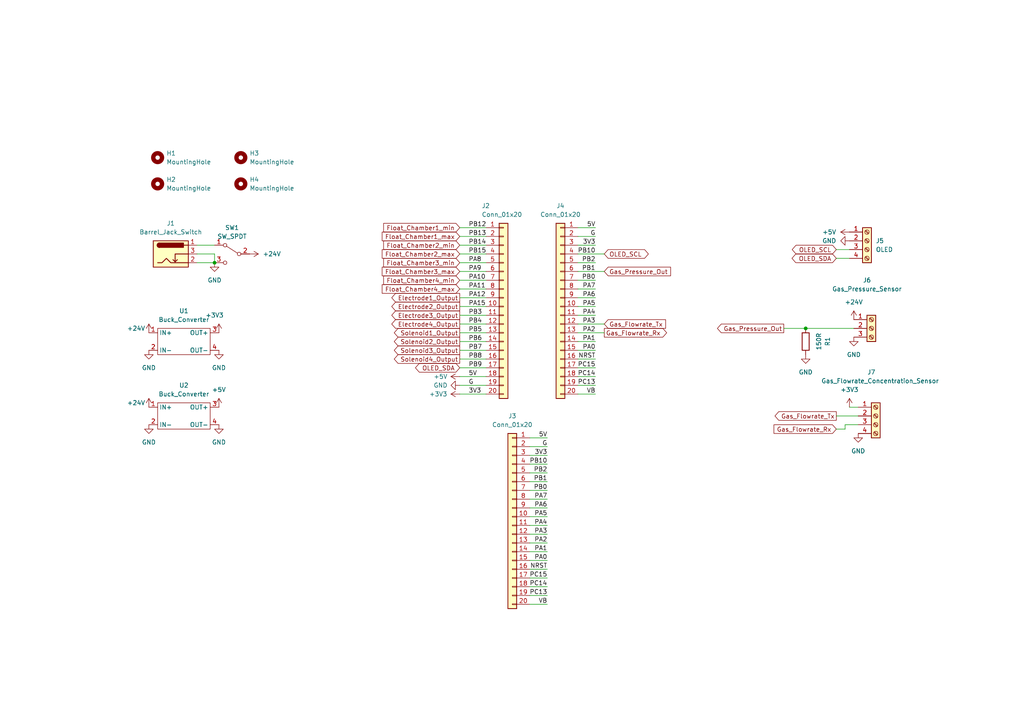
<source format=kicad_sch>
(kicad_sch (version 20231120) (generator "eeschema") (generator_version "8.0")
  (paper "A4")
  (lib_symbols
    (symbol "Connector:Barrel_Jack_Switch" (pin_names hide)
      (property "Reference" "J" (at 0 5.334 0))
      (property "Value" "Barrel_Jack_Switch" (at 0 -5.08 0))
      (symbol "Barrel_Jack_Switch_0_1"
        (rectangle (start -5.08 3.81) (end 5.08 -3.81) (stroke (width 0.254)) (fill (type background)))
        (arc (start -3.302 3.175) (mid -3.9342 2.54) (end -3.302 1.905) (stroke (width 0.254)))
        (arc (start -3.302 3.175) (mid -3.9342 2.54) (end -3.302 1.905) (stroke (width 0.254)) (fill (type outline)))
        (polyline (pts (xy 1.27 -2.286) (xy 1.905 -1.651)) (stroke (width 0.254)))
        (polyline (pts (xy 5.08 2.54) (xy 3.81 2.54)) (stroke (width 0.254)))
        (polyline (pts (xy 5.08 0) (xy 1.27 0) (xy 1.27 -2.286) (xy 0.635 -1.651)) (stroke (width 0.254)))
        (polyline (pts (xy -3.81 -2.54) (xy -2.54 -2.54) (xy -1.27 -1.27) (xy 0 -2.54) (xy 2.54 -2.54) (xy 5.08 -2.54)) (stroke (width 0.254)))
        (rectangle (start 3.683 3.175) (end -3.302 1.905) (stroke (width 0.254)) (fill (type outline)))
      )
      (symbol "Barrel_Jack_Switch_1_1"
        (pin passive line (at 7.62 2.54 180) (length 2.54) (name "~") (number "1"))
        (pin passive line (at 7.62 -2.54 180) (length 2.54) (name "~") (number "2"))
        (pin passive line (at 7.62 0 180) (length 2.54) (name "~") (number "3"))
      )
    )
    (symbol "Connector:Screw_Terminal_01x03" (pin_names (offset 1.016) hide)
      (property "Reference" "J" (at 0 5.08 0))
      (property "Value" "Screw_Terminal_01x03" (at 0 -5.08 0))
      (symbol "Screw_Terminal_01x03_1_1"
        (rectangle (start -1.27 3.81) (end 1.27 -3.81) (stroke (width 0.254)) (fill (type background)))
        (circle (center 0 -2.54) (radius 0.635) (stroke (width 0.1524)))
        (polyline (pts (xy -0.5334 -2.2098) (xy 0.3302 -3.048)) (stroke (width 0.1524)))
        (polyline (pts (xy -0.5334 0.3302) (xy 0.3302 -0.508)) (stroke (width 0.1524)))
        (polyline (pts (xy -0.5334 2.8702) (xy 0.3302 2.032)) (stroke (width 0.1524)))
        (polyline (pts (xy -0.3556 -2.032) (xy 0.508 -2.8702)) (stroke (width 0.1524)))
        (polyline (pts (xy -0.3556 0.508) (xy 0.508 -0.3302)) (stroke (width 0.1524)))
        (polyline (pts (xy -0.3556 3.048) (xy 0.508 2.2098)) (stroke (width 0.1524)))
        (circle (center 0 0) (radius 0.635) (stroke (width 0.1524)))
        (circle (center 0 2.54) (radius 0.635) (stroke (width 0.1524)))
        (pin passive line (at -5.08 2.54 0) (length 3.81) (name "Pin_1") (number "1"))
        (pin passive line (at -5.08 0 0) (length 3.81) (name "Pin_2") (number "2"))
        (pin passive line (at -5.08 -2.54 0) (length 3.81) (name "Pin_3") (number "3"))
      )
    )
    (symbol "Connector:Screw_Terminal_01x04" (pin_names (offset 1.016) hide)
      (property "Reference" "J" (at 0 5.08 0))
      (property "Value" "Screw_Terminal_01x04" (at 0 -7.62 0))
      (symbol "Screw_Terminal_01x04_1_1"
        (rectangle (start -1.27 3.81) (end 1.27 -6.35) (stroke (width 0.254)) (fill (type background)))
        (circle (center 0 -5.08) (radius 0.635) (stroke (width 0.1524)))
        (circle (center 0 -2.54) (radius 0.635) (stroke (width 0.1524)))
        (polyline (pts (xy -0.5334 -4.7498) (xy 0.3302 -5.588)) (stroke (width 0.1524)))
        (polyline (pts (xy -0.5334 -2.2098) (xy 0.3302 -3.048)) (stroke (width 0.1524)))
        (polyline (pts (xy -0.5334 0.3302) (xy 0.3302 -0.508)) (stroke (width 0.1524)))
        (polyline (pts (xy -0.5334 2.8702) (xy 0.3302 2.032)) (stroke (width 0.1524)))
        (polyline (pts (xy -0.3556 -4.572) (xy 0.508 -5.4102)) (stroke (width 0.1524)))
        (polyline (pts (xy -0.3556 -2.032) (xy 0.508 -2.8702)) (stroke (width 0.1524)))
        (polyline (pts (xy -0.3556 0.508) (xy 0.508 -0.3302)) (stroke (width 0.1524)))
        (polyline (pts (xy -0.3556 3.048) (xy 0.508 2.2098)) (stroke (width 0.1524)))
        (circle (center 0 0) (radius 0.635) (stroke (width 0.1524)))
        (circle (center 0 2.54) (radius 0.635) (stroke (width 0.1524)))
        (pin passive line (at -5.08 2.54 0) (length 3.81) (name "Pin_1") (number "1"))
        (pin passive line (at -5.08 0 0) (length 3.81) (name "Pin_2") (number "2"))
        (pin passive line (at -5.08 -2.54 0) (length 3.81) (name "Pin_3") (number "3"))
        (pin passive line (at -5.08 -5.08 0) (length 3.81) (name "Pin_4") (number "4"))
      )
    )
    (symbol "Connector_Generic:Conn_01x20" (pin_names (offset 1.016) hide)
      (property "Reference" "J" (at 0 25.4 0))
      (property "Value" "Conn_01x20" (at 0 -27.94 0))
      (symbol "Conn_01x20_1_1"
        (rectangle (start -1.27 -25.273) (end 0 -25.527) (stroke (width 0.1524)))
        (rectangle (start -1.27 -22.733) (end 0 -22.987) (stroke (width 0.1524)))
        (rectangle (start -1.27 -20.193) (end 0 -20.447) (stroke (width 0.1524)))
        (rectangle (start -1.27 -17.653) (end 0 -17.907) (stroke (width 0.1524)))
        (rectangle (start -1.27 -15.113) (end 0 -15.367) (stroke (width 0.1524)))
        (rectangle (start -1.27 -12.573) (end 0 -12.827) (stroke (width 0.1524)))
        (rectangle (start -1.27 -10.033) (end 0 -10.287) (stroke (width 0.1524)))
        (rectangle (start -1.27 -7.493) (end 0 -7.747) (stroke (width 0.1524)))
        (rectangle (start -1.27 -4.953) (end 0 -5.207) (stroke (width 0.1524)))
        (rectangle (start -1.27 -2.413) (end 0 -2.667) (stroke (width 0.1524)))
        (rectangle (start -1.27 0.127) (end 0 -0.127) (stroke (width 0.1524)))
        (rectangle (start -1.27 2.667) (end 0 2.413) (stroke (width 0.1524)))
        (rectangle (start -1.27 5.207) (end 0 4.953) (stroke (width 0.1524)))
        (rectangle (start -1.27 7.747) (end 0 7.493) (stroke (width 0.1524)))
        (rectangle (start -1.27 10.287) (end 0 10.033) (stroke (width 0.1524)))
        (rectangle (start -1.27 12.827) (end 0 12.573) (stroke (width 0.1524)))
        (rectangle (start -1.27 15.367) (end 0 15.113) (stroke (width 0.1524)))
        (rectangle (start -1.27 17.907) (end 0 17.653) (stroke (width 0.1524)))
        (rectangle (start -1.27 20.447) (end 0 20.193) (stroke (width 0.1524)))
        (rectangle (start -1.27 22.987) (end 0 22.733) (stroke (width 0.1524)))
        (rectangle (start -1.27 24.13) (end 1.27 -26.67) (stroke (width 0.254)) (fill (type background)))
        (pin passive line (at -5.08 22.86 0) (length 3.81) (name "Pin_1") (number "1"))
        (pin passive line (at -5.08 0 0) (length 3.81) (name "Pin_10") (number "10"))
        (pin passive line (at -5.08 -2.54 0) (length 3.81) (name "Pin_11") (number "11"))
        (pin passive line (at -5.08 -5.08 0) (length 3.81) (name "Pin_12") (number "12"))
        (pin passive line (at -5.08 -7.62 0) (length 3.81) (name "Pin_13") (number "13"))
        (pin passive line (at -5.08 -10.16 0) (length 3.81) (name "Pin_14") (number "14"))
        (pin passive line (at -5.08 -12.7 0) (length 3.81) (name "Pin_15") (number "15"))
        (pin passive line (at -5.08 -15.24 0) (length 3.81) (name "Pin_16") (number "16"))
        (pin passive line (at -5.08 -17.78 0) (length 3.81) (name "Pin_17") (number "17"))
        (pin passive line (at -5.08 -20.32 0) (length 3.81) (name "Pin_18") (number "18"))
        (pin passive line (at -5.08 -22.86 0) (length 3.81) (name "Pin_19") (number "19"))
        (pin passive line (at -5.08 20.32 0) (length 3.81) (name "Pin_2") (number "2"))
        (pin passive line (at -5.08 -25.4 0) (length 3.81) (name "Pin_20") (number "20"))
        (pin passive line (at -5.08 17.78 0) (length 3.81) (name "Pin_3") (number "3"))
        (pin passive line (at -5.08 15.24 0) (length 3.81) (name "Pin_4") (number "4"))
        (pin passive line (at -5.08 12.7 0) (length 3.81) (name "Pin_5") (number "5"))
        (pin passive line (at -5.08 10.16 0) (length 3.81) (name "Pin_6") (number "6"))
        (pin passive line (at -5.08 7.62 0) (length 3.81) (name "Pin_7") (number "7"))
        (pin passive line (at -5.08 5.08 0) (length 3.81) (name "Pin_8") (number "8"))
        (pin passive line (at -5.08 2.54 0) (length 3.81) (name "Pin_9") (number "9"))
      )
    )
    (symbol "Device:R" (pin_numbers hide) (pin_names (offset 0))
      (property "Reference" "R" (at 2.032 0 90))
      (property "Value" "R" (at 0 0 90))
      (symbol "R_0_1"
        (rectangle (start -1.016 -2.54) (end 1.016 2.54) (stroke (width 0.254)))
      )
      (symbol "R_1_1"
        (pin passive line (at 0 3.81 270) (length 1.27) (name "~") (number "1"))
        (pin passive line (at 0 -3.81 90) (length 1.27) (name "~") (number "2"))
      )
    )
    (symbol "Mechanical:MountingHole" (pin_names (offset 1.016))
      (property "Reference" "H" (at 0 5.08 0))
      (property "Value" "MountingHole" (at 0 3.175 0))
      (symbol "MountingHole_0_1"
        (circle (center 0 0) (radius 1.27) (stroke (width 1.27)))
      )
    )
    (symbol "Switch:SW_SPDT" (pin_names (offset 0) hide)
      (property "Reference" "SW" (at 0 4.318 0))
      (property "Value" "SW_SPDT" (at 0 -5.08 0))
      (symbol "SW_SPDT_0_0"
        (circle (center -2.032 0) (radius 0.508))
        (circle (center 2.032 -2.54) (radius 0.508))
      )
      (symbol "SW_SPDT_0_1"
        (polyline (pts (xy -1.524 0.254) (xy 1.651 2.286)))
        (circle (center 2.032 2.54) (radius 0.508))
      )
      (symbol "SW_SPDT_1_1"
        (pin passive line (at 5.08 2.54 180) (length 2.54) (name "A") (number "1"))
        (pin passive line (at -5.08 0 0) (length 2.54) (name "B") (number "2"))
        (pin passive line (at 5.08 -2.54 180) (length 2.54) (name "C") (number "3"))
      )
    )
    (symbol "interface_devices:Buck_Converter"
      (property "Reference" "U" (at 0 8.89 0))
      (property "Value" "Buck_Converter" (at 0 6.35 0))
      (symbol "Buck_Converter_0_1"
        (rectangle (start -7.62 3.81) (end 7.62 -3.81))
      )
      (symbol "Buck_Converter_1_1"
        (pin power_in line (at -10.16 2.54 0) (length 2.54) (name "IN+") (number "1"))
        (pin power_in line (at -10.16 -2.54 0) (length 2.54) (name "IN-") (number "2"))
        (pin power_out line (at 10.16 2.54 180) (length 2.54) (name "OUT+") (number "3"))
        (pin power_out line (at 10.16 -2.54 180) (length 2.54) (name "OUT-") (number "4"))
      )
    )
    (symbol "power:+24V" (power) (pin_names (offset 0))
      (property "Value" "+24V" (at 0 3.556 0))
      (symbol "+24V_0_1"
        (polyline (pts (xy -0.762 1.27) (xy 0 2.54)))
        (polyline (pts (xy 0 0) (xy 0 2.54)))
        (polyline (pts (xy 0 2.54) (xy 0.762 1.27)))
      )
      (symbol "+24V_1_1"
        (pin power_in line (at 0 0 90) (length 0) hide (name "+24V") (number "1"))
      )
    )
    (symbol "power:+3.3V" (power) (pin_names (offset 0))
      (property "Value" "+3.3V" (at 0 3.556 0))
      (symbol "+3.3V_0_1"
        (polyline (pts (xy -0.762 1.27) (xy 0 2.54)))
        (polyline (pts (xy 0 0) (xy 0 2.54)))
        (polyline (pts (xy 0 2.54) (xy 0.762 1.27)))
      )
      (symbol "+3.3V_1_1"
        (pin power_in line (at 0 0 90) (length 0) hide (name "+3V3") (number "1"))
      )
    )
    (symbol "power:+5V" (power) (pin_names (offset 0))
      (property "Value" "+5V" (at 0 3.556 0))
      (symbol "+5V_0_1"
        (polyline (pts (xy -0.762 1.27) (xy 0 2.54)))
        (polyline (pts (xy 0 0) (xy 0 2.54)))
        (polyline (pts (xy 0 2.54) (xy 0.762 1.27)))
      )
      (symbol "+5V_1_1"
        (pin power_in line (at 0 0 90) (length 0) hide (name "+5V") (number "1"))
      )
    )
    (symbol "power:GND" (power) (pin_names (offset 0))
      (property "Value" "GND" (at 0 -3.81 0))
      (symbol "GND_0_1"
        (polyline (pts (xy 0 0) (xy 0 -1.27) (xy 1.27 -1.27) (xy 0 -2.54) (xy -1.27 -1.27) (xy 0 -1.27)))
      )
      (symbol "GND_1_1"
        (pin power_in line (at 0 0 270) (length 0) hide (name "GND") (number "1"))
      )
    )
  )
  (junction (at 233.68 95.25))
  (junction (at 62.23 76.2))
  (wire (pts (xy 62.23 71.12) (xy 57.15 71.12)))
  (wire (pts (xy 133.35 109.22) (xy 140.97 109.22)))
  (wire (pts (xy 133.35 88.9) (xy 140.97 88.9)))
  (wire (pts (xy 133.35 101.6) (xy 140.97 101.6)))
  (wire (pts (xy 133.35 71.12) (xy 140.97 71.12)))
  (wire (pts (xy 172.72 91.44) (xy 167.64 91.44)))
  (wire (pts (xy 158.75 132.08) (xy 153.67 132.08)))
  (wire (pts (xy 172.72 83.82) (xy 167.64 83.82)))
  (wire (pts (xy 158.75 152.4) (xy 153.67 152.4)))
  (wire (pts (xy 158.75 127) (xy 153.67 127)))
  (wire (pts (xy 172.72 71.12) (xy 167.64 71.12)))
  (wire (pts (xy 153.67 157.48) (xy 158.75 157.48)))
  (wire (pts (xy 248.92 123.19) (xy 245.11 123.19)))
  (wire (pts (xy 153.67 167.64) (xy 158.75 167.64)))
  (wire (pts (xy 133.35 91.44) (xy 140.97 91.44)))
  (wire (pts (xy 245.11 123.19) (xy 245.11 124.46)))
  (wire (pts (xy 133.35 99.06) (xy 140.97 99.06)))
  (wire (pts (xy 133.35 106.68) (xy 140.97 106.68)))
  (wire (pts (xy 158.75 144.78) (xy 153.67 144.78)))
  (wire (pts (xy 133.35 81.28) (xy 140.97 81.28)))
  (wire (pts (xy 57.15 76.2) (xy 62.23 76.2)))
  (wire (pts (xy 175.26 93.98) (xy 167.64 93.98)))
  (wire (pts (xy 133.35 83.82) (xy 140.97 83.82)))
  (wire (pts (xy 172.72 114.3) (xy 167.64 114.3)))
  (wire (pts (xy 175.26 78.74) (xy 167.64 78.74)))
  (wire (pts (xy 133.35 111.76) (xy 140.97 111.76)))
  (wire (pts (xy 242.57 74.93) (xy 246.38 74.93)))
  (wire (pts (xy 158.75 160.02) (xy 153.67 160.02)))
  (wire (pts (xy 158.75 149.86) (xy 153.67 149.86)))
  (wire (pts (xy 167.64 106.68) (xy 172.72 106.68)))
  (wire (pts (xy 133.35 76.2) (xy 140.97 76.2)))
  (wire (pts (xy 172.72 99.06) (xy 167.64 99.06)))
  (wire (pts (xy 167.64 76.2) (xy 172.72 76.2)))
  (wire (pts (xy 133.35 86.36) (xy 140.97 86.36)))
  (wire (pts (xy 227.33 95.25) (xy 233.68 95.25)))
  (wire (pts (xy 158.75 175.26) (xy 153.67 175.26)))
  (wire (pts (xy 172.72 66.04) (xy 167.64 66.04)))
  (wire (pts (xy 133.35 114.3) (xy 140.97 114.3)))
  (wire (pts (xy 133.35 73.66) (xy 140.97 73.66)))
  (wire (pts (xy 62.23 73.66) (xy 62.23 76.2)))
  (wire (pts (xy 153.67 170.18) (xy 158.75 170.18)))
  (wire (pts (xy 153.67 137.16) (xy 158.75 137.16)))
  (wire (pts (xy 133.35 93.98) (xy 140.97 93.98)))
  (wire (pts (xy 167.64 109.22) (xy 172.72 109.22)))
  (wire (pts (xy 153.67 162.56) (xy 158.75 162.56)))
  (wire (pts (xy 172.72 88.9) (xy 167.64 88.9)))
  (wire (pts (xy 167.64 101.6) (xy 172.72 101.6)))
  (wire (pts (xy 242.57 124.46) (xy 245.11 124.46)))
  (wire (pts (xy 175.26 73.66) (xy 167.64 73.66)))
  (wire (pts (xy 172.72 104.14) (xy 167.64 104.14)))
  (wire (pts (xy 158.75 165.1) (xy 153.67 165.1)))
  (wire (pts (xy 153.67 154.94) (xy 158.75 154.94)))
  (wire (pts (xy 158.75 172.72) (xy 153.67 172.72)))
  (wire (pts (xy 172.72 81.28) (xy 167.64 81.28)))
  (wire (pts (xy 172.72 68.58) (xy 167.64 68.58)))
  (wire (pts (xy 57.15 73.66) (xy 62.23 73.66)))
  (wire (pts (xy 248.92 118.11) (xy 246.38 118.11)))
  (wire (pts (xy 172.72 86.36) (xy 167.64 86.36)))
  (wire (pts (xy 153.67 134.62) (xy 158.75 134.62)))
  (wire (pts (xy 133.35 68.58) (xy 140.97 68.58)))
  (wire (pts (xy 242.57 120.65) (xy 248.92 120.65)))
  (wire (pts (xy 158.75 142.24) (xy 153.67 142.24)))
  (wire (pts (xy 175.26 96.52) (xy 167.64 96.52)))
  (wire (pts (xy 133.35 104.14) (xy 140.97 104.14)))
  (wire (pts (xy 153.67 139.7) (xy 158.75 139.7)))
  (wire (pts (xy 158.75 129.54) (xy 153.67 129.54)))
  (wire (pts (xy 133.35 96.52) (xy 140.97 96.52)))
  (wire (pts (xy 133.35 78.74) (xy 140.97 78.74)))
  (wire (pts (xy 242.57 72.39) (xy 246.38 72.39)))
  (wire (pts (xy 172.72 111.76) (xy 167.64 111.76)))
  (wire (pts (xy 233.68 95.25) (xy 247.65 95.25)))
  (wire (pts (xy 158.75 147.32) (xy 153.67 147.32)))
  (wire (pts (xy 133.35 66.04) (xy 140.97 66.04)))
  (label "G" (at 158.75 129.54 180))
  (label "PA4" (at 158.75 152.4 180))
  (label "PB9" (at 135.89 106.68 0))
  (label "PB12" (at 135.89 66.04 0))
  (label "PC15" (at 158.75 167.64 180))
  (label "PB6" (at 135.89 99.06 0))
  (label "PB0" (at 172.72 81.28 180))
  (label "PA1" (at 158.75 160.02 180))
  (label "G" (at 135.89 111.76 0))
  (label "PA2" (at 158.75 157.48 180))
  (label "VB" (at 158.75 175.26 180))
  (label "PB10" (at 172.72 73.66 180))
  (label "3V3" (at 135.89 114.3 0))
  (label "PA15" (at 135.89 88.9 0))
  (label "PA6" (at 158.75 147.32 180))
  (label "PA8" (at 135.89 76.2 0))
  (label "PB0" (at 158.75 142.24 180))
  (label "5V" (at 172.72 66.04 180))
  (label "PA5" (at 158.75 149.86 180))
  (label "G" (at 172.72 68.58 180))
  (label "PA4" (at 172.72 91.44 180))
  (label "3V3" (at 172.72 71.12 180))
  (label "PA0" (at 158.75 162.56 180))
  (label "PB15" (at 135.89 73.66 0))
  (label "5V" (at 158.75 127 180))
  (label "PA7" (at 172.72 83.82 180))
  (label "PB14" (at 135.89 71.12 0))
  (label "PB5" (at 135.89 96.52 0))
  (label "3V3" (at 158.75 132.08 180))
  (label "PA1" (at 172.72 99.06 180))
  (label "PA2" (at 172.72 96.52 180))
  (label "PC13" (at 172.72 111.76 180))
  (label "PA0" (at 172.72 101.6 180))
  (label "PB1" (at 158.75 139.7 180))
  (label "PA5" (at 172.72 88.9 180))
  (label "PC14" (at 158.75 170.18 180))
  (label "PB1" (at 172.72 78.74 180))
  (label "NRST" (at 172.72 104.14 180))
  (label "PC13" (at 158.75 172.72 180))
  (label "PB10" (at 158.75 134.62 180))
  (label "PC14" (at 172.72 109.22 180))
  (label "PB13" (at 135.89 68.58 0))
  (label "PB3" (at 135.89 91.44 0))
  (label "PA3" (at 158.75 154.94 180))
  (label "PA9" (at 135.89 78.74 0))
  (label "PB4" (at 135.89 93.98 0))
  (label "PB2" (at 158.75 137.16 180))
  (label "PA12" (at 135.89 86.36 0))
  (label "PB8" (at 135.89 104.14 0))
  (label "PB7" (at 135.89 101.6 0))
  (label "PA10" (at 135.89 81.28 0))
  (label "5V" (at 135.89 109.22 0))
  (label "PA7" (at 158.75 144.78 180))
  (label "NRST" (at 158.75 165.1 180))
  (label "PC15" (at 172.72 106.68 180))
  (label "PA3" (at 172.72 93.98 180))
  (label "PA11" (at 135.89 83.82 0))
  (label "PA6" (at 172.72 86.36 180))
  (label "PB2" (at 172.72 76.2 180))
  (label "VB" (at 172.72 114.3 180))
  (global_label "Electrode3_Output" (shape output) (at 133.35 91.44 180) (property "Intersheetrefs" "${INTERSHEET_REFS}" (effects (hide yes))))
  (global_label "Float_Chamber4_min" (shape input) (at 133.35 81.28 180) (property "Intersheetrefs" "${INTERSHEET_REFS}" (effects (hide yes))))
  (global_label "OLED_SCL" (shape bidirectional) (at 175.26 73.66 0) (property "Intersheetrefs" "${INTERSHEET_REFS}" (effects (hide yes))))
  (global_label "Gas_Flowrate_Tx" (shape input) (at 175.26 93.98 0) (property "Intersheetrefs" "${INTERSHEET_REFS}" (effects (hide yes))))
  (global_label "OLED_SDA" (shape bidirectional) (at 242.57 74.93 180) (property "Intersheetrefs" "${INTERSHEET_REFS}" (effects (hide yes))))
  (global_label "Float_Chamber1_min" (shape input) (at 133.35 66.04 180) (property "Intersheetrefs" "${INTERSHEET_REFS}" (effects (hide yes))))
  (global_label "Electrode2_Output" (shape output) (at 133.35 88.9 180) (property "Intersheetrefs" "${INTERSHEET_REFS}" (effects (hide yes))))
  (global_label "OLED_SCL" (shape bidirectional) (at 242.57 72.39 180) (property "Intersheetrefs" "${INTERSHEET_REFS}" (effects (hide yes))))
  (global_label "Gas_Pressure_Out" (shape output) (at 227.33 95.25 180) (property "Intersheetrefs" "${INTERSHEET_REFS}" (effects (hide yes))))
  (global_label "Solenoid1_Output" (shape output) (at 133.35 96.52 180) (property "Intersheetrefs" "${INTERSHEET_REFS}" (effects (hide yes))))
  (global_label "Electrode1_Output" (shape output) (at 133.35 86.36 180) (property "Intersheetrefs" "${INTERSHEET_REFS}" (effects (hide yes))))
  (global_label "Gas_Flowrate_Tx" (shape output) (at 242.57 120.65 180) (property "Intersheetrefs" "${INTERSHEET_REFS}" (effects (hide yes))))
  (global_label "Gas_Flowrate_Rx" (shape output) (at 175.26 96.52 0) (property "Intersheetrefs" "${INTERSHEET_REFS}" (effects (hide yes))))
  (global_label "Solenoid3_Output" (shape output) (at 133.35 101.6 180) (property "Intersheetrefs" "${INTERSHEET_REFS}" (effects (hide yes))))
  (global_label "Float_Chamber3_min" (shape input) (at 133.35 76.2 180) (property "Intersheetrefs" "${INTERSHEET_REFS}" (effects (hide yes))))
  (global_label "Float_Chamber2_min" (shape input) (at 133.35 71.12 180) (property "Intersheetrefs" "${INTERSHEET_REFS}" (effects (hide yes))))
  (global_label "Float_Chamber3_max" (shape input) (at 133.35 78.74 180) (property "Intersheetrefs" "${INTERSHEET_REFS}" (effects (hide yes))))
  (global_label "Solenoid2_Output" (shape output) (at 133.35 99.06 180) (property "Intersheetrefs" "${INTERSHEET_REFS}" (effects (hide yes))))
  (global_label "Gas_Flowrate_Rx" (shape input) (at 242.57 124.46 180) (property "Intersheetrefs" "${INTERSHEET_REFS}" (effects (hide yes))))
  (global_label "Float_Chamber1_max" (shape input) (at 133.35 68.58 180) (property "Intersheetrefs" "${INTERSHEET_REFS}" (effects (hide yes))))
  (global_label "Gas_Pressure_Out" (shape input) (at 175.26 78.74 0) (property "Intersheetrefs" "${INTERSHEET_REFS}" (effects (hide yes))))
  (global_label "Electrode4_Output" (shape output) (at 133.35 93.98 180) (property "Intersheetrefs" "${INTERSHEET_REFS}" (effects (hide yes))))
  (global_label "Float_Chamber4_max" (shape input) (at 133.35 83.82 180) (property "Intersheetrefs" "${INTERSHEET_REFS}" (effects (hide yes))))
  (global_label "Solenoid4_Output" (shape output) (at 133.35 104.14 180) (property "Intersheetrefs" "${INTERSHEET_REFS}" (effects (hide yes))))
  (global_label "OLED_SDA" (shape bidirectional) (at 133.35 106.68 180) (property "Intersheetrefs" "${INTERSHEET_REFS}" (effects (hide yes))))
  (global_label "Float_Chamber2_max" (shape input) (at 133.35 73.66 180) (property "Intersheetrefs" "${INTERSHEET_REFS}" (effects (hide yes))))
  (symbol (lib_id "Device:R") (at 233.68 99.06 0) (unit 1)
    (property "Reference" "R1" (at 240.03 99.06 90))
    (property "Value" "150R" (at 237.49 99.06 90))
    (property "Footprint" "Resistor_THT:R_Axial_DIN0207_L6.3mm_D2.5mm_P10.16mm_Horizontal" (effects (hide yes)))
  )
  (symbol (lib_id "power:GND") (at 63.5 101.6 0) (unit 1)
    (property "Reference" "#PWR07" (effects (hide yes)))
    (property "Value" "GND" (at 63.5 106.68 0))
  )
  (symbol (lib_id "Switch:SW_SPDT") (at 67.31 73.66 0) (mirror y) (unit 1)
    (property "Reference" "SW1" (at 67.31 66.04 0))
    (property "Value" "SW_SPDT" (at 67.31 68.58 0))
    (property "Footprint" "Connector_PinSocket_2.54mm:PinSocket_1x03_P2.54mm_Vertical" (effects (hide yes)))
  )
  (symbol (lib_id "interface_devices:Buck_Converter") (at 53.34 99.06 0) (unit 1)
    (property "Reference" "U1" (at 53.34 90.17 0))
    (property "Value" "Buck_Converter" (at 53.34 92.71 0))
    (property "Footprint" "Interface_devices:Buck_converter" (effects (hide yes)))
  )
  (symbol (lib_id "Connector:Barrel_Jack_Switch") (at 49.53 73.66 0) (unit 1)
    (property "Reference" "J1" (at 49.53 64.77 0))
    (property "Value" "Barrel_Jack_Switch" (at 49.53 67.31 0))
    (property "Footprint" "Barrel_jack:BarrelJack_CUI_PJ-102AH_Horizontal" (effects (hide yes)))
  )
  (symbol (lib_id "power:+24V") (at 72.39 73.66 270) (unit 1)
    (property "Reference" "#PWR011" (effects (hide yes)))
    (property "Value" "+24V" (at 76.2 73.6599 90) (effects (justify left)))
  )
  (symbol (lib_id "Mechanical:MountingHole") (at 45.72 53.34 0) (unit 1)
    (property "Reference" "H2" (at 48.26 52.0699 0) (effects (justify left)))
    (property "Value" "MountingHole" (at 48.26 54.6099 0) (effects (justify left)))
    (property "Footprint" "MountingHole:MountingHole_4.3mm_M4_DIN965_Pad" (effects (hide yes)))
  )
  (symbol (lib_id "power:GND") (at 43.18 101.6 0) (unit 1)
    (property "Reference" "#PWR02" (effects (hide yes)))
    (property "Value" "GND" (at 43.18 106.68 0))
  )
  (symbol (lib_id "power:+24V") (at 43.18 118.11 0) (unit 1)
    (property "Reference" "#PWR03" (effects (hide yes)))
    (property "Value" "+24V" (at 36.83 116.84 0) (effects (justify left)))
  )
  (symbol (lib_id "power:GND") (at 248.92 125.73 0) (mirror y) (unit 1)
    (property "Reference" "#PWR021" (effects (hide yes)))
    (property "Value" "GND" (at 248.92 130.81 0))
  )
  (symbol (lib_id "Connector_Generic:Conn_01x20") (at 162.56 88.9 0) (mirror y) (unit 1)
    (property "Reference" "J4" (at 162.56 59.69 0))
    (property "Value" "Conn_01x20" (at 162.56 62.23 0))
    (property "Footprint" "Connector_PinSocket_2.54mm:PinSocket_1x20_P2.54mm_Vertical" (effects (hide yes)))
  )
  (symbol (lib_id "power:+3.3V") (at 133.35 114.3 90) (mirror x) (unit 1)
    (property "Reference" "#PWR014" (effects (hide yes)))
    (property "Value" "+3V3" (at 124.46 114.3 90) (effects (justify right)))
  )
  (symbol (lib_id "power:GND") (at 63.5 123.19 0) (unit 1)
    (property "Reference" "#PWR09" (effects (hide yes)))
    (property "Value" "GND" (at 63.5 128.27 0))
  )
  (symbol (lib_id "Connector:Screw_Terminal_01x04") (at 254 120.65 0) (unit 1)
    (property "Reference" "J7" (at 252.73 107.95 0))
    (property "Value" "Gas_Flowrate_Concentration_Sensor" (at 255.27 110.49 0))
    (property "Footprint" "TerminalBlock:TerminalBlock_bornier-4_P5.08mm" (effects (hide yes)))
  )
  (symbol (lib_id "power:+5V") (at 246.38 67.31 90) (mirror x) (unit 1)
    (property "Reference" "#PWR010" (effects (hide yes)))
    (property "Value" "+5V" (at 242.57 67.3099 90) (effects (justify left)))
  )
  (symbol (lib_id "Connector_Generic:Conn_01x20") (at 148.59 149.86 0) (mirror y) (unit 1)
    (property "Reference" "J3" (at 148.59 120.65 0))
    (property "Value" "Conn_01x20" (at 148.59 123.19 0))
    (property "Footprint" "Connector_PinSocket_2.54mm:PinSocket_1x20_P2.54mm_Vertical" (effects (hide yes)))
  )
  (symbol (lib_id "power:+5V") (at 133.35 109.22 90) (mirror x) (unit 1)
    (property "Reference" "#PWR012" (effects (hide yes)))
    (property "Value" "+5V" (at 125.73 109.22 90) (effects (justify right)))
  )
  (symbol (lib_id "Mechanical:MountingHole") (at 69.85 53.34 0) (unit 1)
    (property "Reference" "H4" (at 72.39 52.0699 0) (effects (justify left)))
    (property "Value" "MountingHole" (at 72.39 54.6099 0) (effects (justify left)))
    (property "Footprint" "MountingHole:MountingHole_4.3mm_M4_DIN965_Pad" (effects (hide yes)))
  )
  (symbol (lib_id "Mechanical:MountingHole") (at 45.72 45.72 0) (unit 1)
    (property "Reference" "H1" (at 48.26 44.4499 0) (effects (justify left)))
    (property "Value" "MountingHole" (at 48.26 46.9899 0) (effects (justify left)))
    (property "Footprint" "MountingHole:MountingHole_4.3mm_M4_DIN965_Pad" (effects (hide yes)))
  )
  (symbol (lib_id "Connector_Generic:Conn_01x20") (at 146.05 88.9 0) (unit 1)
    (property "Reference" "J2" (at 139.7 59.69 0) (effects (justify left)))
    (property "Value" "Conn_01x20" (at 139.7 62.23 0) (effects (justify left)))
    (property "Footprint" "Connector_PinSocket_2.54mm:PinSocket_1x20_P2.54mm_Vertical" (effects (hide yes)))
  )
  (symbol (lib_id "power:+24V") (at 247.65 92.71 0) (unit 1)
    (property "Reference" "#PWR019" (effects (hide yes)))
    (property "Value" "+24V" (at 247.65 87.63 0))
  )
  (symbol (lib_id "power:GND") (at 133.35 111.76 270) (mirror x) (unit 1)
    (property "Reference" "#PWR013" (effects (hide yes)))
    (property "Value" "GND" (at 125.73 111.76 90) (effects (justify left)))
  )
  (symbol (lib_id "power:GND") (at 246.38 69.85 270) (mirror x) (unit 1)
    (property "Reference" "#PWR017" (effects (hide yes)))
    (property "Value" "GND" (at 242.57 69.8499 90) (effects (justify right)))
  )
  (symbol (lib_id "interface_devices:Buck_Converter") (at 53.34 120.65 0) (unit 1)
    (property "Reference" "U2" (at 53.34 111.76 0))
    (property "Value" "Buck_Converter" (at 53.34 114.3 0))
    (property "Footprint" "Interface_devices:Buck_converter" (effects (hide yes)))
  )
  (symbol (lib_id "power:+24V") (at 43.18 96.52 0) (unit 1)
    (property "Reference" "#PWR01" (effects (hide yes)))
    (property "Value" "+24V" (at 36.83 95.25 0) (effects (justify left)))
  )
  (symbol (lib_id "power:GND") (at 247.65 97.79 0) (mirror y) (unit 1)
    (property "Reference" "#PWR020" (effects (hide yes)))
    (property "Value" "GND" (at 247.65 102.87 0))
  )
  (symbol (lib_id "power:GND") (at 43.18 123.19 0) (unit 1)
    (property "Reference" "#PWR04" (effects (hide yes)))
    (property "Value" "GND" (at 43.18 128.27 0))
  )
  (symbol (lib_id "power:+3.3V") (at 63.5 96.52 0) (unit 1)
    (property "Reference" "#PWR06" (effects (hide yes)))
    (property "Value" "+3V3" (at 62.23 91.44 0))
  )
  (symbol (lib_id "power:GND") (at 233.68 102.87 0) (mirror y) (unit 1)
    (property "Reference" "#PWR015" (effects (hide yes)))
    (property "Value" "GND" (at 233.68 107.95 0))
  )
  (symbol (lib_id "Connector:Screw_Terminal_01x03") (at 252.73 95.25 0) (unit 1)
    (property "Reference" "J6" (at 251.46 81.28 0))
    (property "Value" "Gas_Pressure_Sensor" (at 251.46 83.82 0))
    (property "Footprint" "TerminalBlock:TerminalBlock_bornier-3_P5.08mm" (effects (hide yes)))
  )
  (symbol (lib_id "power:+5V") (at 63.5 118.11 0) (unit 1)
    (property "Reference" "#PWR08" (effects (hide yes)))
    (property "Value" "+5V" (at 63.5 113.03 0))
  )
  (symbol (lib_id "Mechanical:MountingHole") (at 69.85 45.72 0) (unit 1)
    (property "Reference" "H3" (at 72.39 44.4499 0) (effects (justify left)))
    (property "Value" "MountingHole" (at 72.39 46.9899 0) (effects (justify left)))
    (property "Footprint" "MountingHole:MountingHole_4.3mm_M4_DIN965_Pad" (effects (hide yes)))
  )
  (symbol (lib_id "power:+3.3V") (at 246.38 118.11 0) (unit 1)
    (property "Reference" "#PWR016" (effects (hide yes)))
    (property "Value" "+3V3" (at 246.38 113.03 0))
  )
  (symbol (lib_id "power:GND") (at 62.23 76.2 0) (unit 1)
    (property "Reference" "#PWR05" (effects (hide yes)))
    (property "Value" "GND" (at 62.23 81.28 0))
  )
  (symbol (lib_id "Connector:Screw_Terminal_01x04") (at 251.46 69.85 0) (unit 1)
    (property "Reference" "J5" (at 254 69.8499 0) (effects (justify left)))
    (property "Value" "OLED" (at 254 72.3899 0) (effects (justify left)))
    (property "Footprint" "TerminalBlock:TerminalBlock_bornier-4_P5.08mm" (effects (hide yes)))
    (property "Description" "Generic screw terminal, single row, 01x04, script generated (kicad-library-utils/schlib/autogen/connector/)" (effects (hide yes)))
  )
)
</source>
